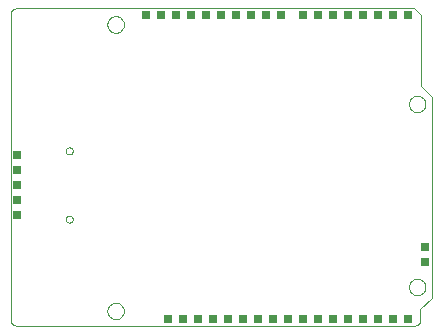
<source format=gbr>
G04 PROTEUS RS274X GERBER FILE*
%FSLAX45Y45*%
%MOMM*%
G01*
%ADD47R,0.635000X0.635000*%
%ADD46C,0.025400*%
D47*
X+2286000Y+2628900D03*
X+2159000Y+2628900D03*
X+2032000Y+2628900D03*
X+1905000Y+2628900D03*
X+1778000Y+2628900D03*
X+1651000Y+2628900D03*
X+1524000Y+2628900D03*
X+1397000Y+2628900D03*
X+1270000Y+2628900D03*
X+1143000Y+2628900D03*
X+3365500Y+2628900D03*
X+3238500Y+2628900D03*
X+3111500Y+2628900D03*
X+2984500Y+2628900D03*
X+2857500Y+2628900D03*
X+2730500Y+2628900D03*
X+2603500Y+2628900D03*
X+2476500Y+2628900D03*
X+2603500Y+50800D03*
X+2730500Y+50800D03*
X+2857500Y+50800D03*
X+2984500Y+50800D03*
X+3111500Y+50800D03*
X+3238500Y+50800D03*
X+3365500Y+50800D03*
X+1333500Y+50800D03*
X+1460500Y+50800D03*
X+1587500Y+50800D03*
X+1714500Y+50800D03*
X+1841500Y+50800D03*
X+1968500Y+50800D03*
X+2095500Y+50800D03*
X+2222500Y+50800D03*
X+2349500Y+50800D03*
X+2476500Y+50800D03*
X+3505200Y+539750D03*
X+3505200Y+666750D03*
X+50800Y+1441450D03*
X+50800Y+1314450D03*
X+50800Y+1187450D03*
X+50800Y+1060450D03*
X+50800Y+933450D03*
D46*
X+525000Y+898650D02*
X+524897Y+901139D01*
X+524055Y+906119D01*
X+522295Y+911099D01*
X+519418Y+916079D01*
X+515017Y+920995D01*
X+510037Y+924609D01*
X+505057Y+926914D01*
X+500077Y+928217D01*
X+495097Y+928650D01*
X+495000Y+928650D01*
X+465000Y+898650D02*
X+465103Y+901139D01*
X+465945Y+906119D01*
X+467705Y+911099D01*
X+470582Y+916079D01*
X+474983Y+920995D01*
X+479963Y+924609D01*
X+484943Y+926914D01*
X+489923Y+928217D01*
X+494903Y+928650D01*
X+495000Y+928650D01*
X+465000Y+898650D02*
X+465103Y+896161D01*
X+465945Y+891181D01*
X+467705Y+886201D01*
X+470582Y+881221D01*
X+474983Y+876305D01*
X+479963Y+872691D01*
X+484943Y+870386D01*
X+489923Y+869083D01*
X+494903Y+868650D01*
X+495000Y+868650D01*
X+525000Y+898650D02*
X+524897Y+896161D01*
X+524055Y+891181D01*
X+522295Y+886201D01*
X+519418Y+881221D01*
X+515017Y+876305D01*
X+510037Y+872691D01*
X+505057Y+870386D01*
X+500077Y+869083D01*
X+495097Y+868650D01*
X+495000Y+868650D01*
X+525000Y+1476650D02*
X+524897Y+1479139D01*
X+524055Y+1484119D01*
X+522295Y+1489099D01*
X+519418Y+1494079D01*
X+515017Y+1498995D01*
X+510037Y+1502609D01*
X+505057Y+1504914D01*
X+500077Y+1506217D01*
X+495097Y+1506650D01*
X+495000Y+1506650D01*
X+465000Y+1476650D02*
X+465103Y+1479139D01*
X+465945Y+1484119D01*
X+467705Y+1489099D01*
X+470582Y+1494079D01*
X+474983Y+1498995D01*
X+479963Y+1502609D01*
X+484943Y+1504914D01*
X+489923Y+1506217D01*
X+494903Y+1506650D01*
X+495000Y+1506650D01*
X+465000Y+1476650D02*
X+465103Y+1474161D01*
X+465945Y+1469181D01*
X+467705Y+1464201D01*
X+470582Y+1459221D01*
X+474983Y+1454305D01*
X+479963Y+1450691D01*
X+484943Y+1448386D01*
X+489923Y+1447083D01*
X+494903Y+1446650D01*
X+495000Y+1446650D01*
X+525000Y+1476650D02*
X+524897Y+1474161D01*
X+524055Y+1469181D01*
X+522295Y+1464201D01*
X+519418Y+1459221D01*
X+515017Y+1454305D01*
X+510037Y+1450691D01*
X+505057Y+1448386D01*
X+500077Y+1447083D01*
X+495097Y+1446650D01*
X+495000Y+1446650D01*
X+959000Y+2546350D02*
X+958761Y+2552129D01*
X+956819Y+2563689D01*
X+952756Y+2575249D01*
X+946123Y+2586809D01*
X+935976Y+2598247D01*
X+924416Y+2606730D01*
X+912856Y+2612160D01*
X+901296Y+2615262D01*
X+889736Y+2616346D01*
X+889000Y+2616350D01*
X+819000Y+2546350D02*
X+819239Y+2552129D01*
X+821181Y+2563689D01*
X+825244Y+2575249D01*
X+831877Y+2586809D01*
X+842024Y+2598247D01*
X+853584Y+2606730D01*
X+865144Y+2612160D01*
X+876704Y+2615262D01*
X+888264Y+2616346D01*
X+889000Y+2616350D01*
X+819000Y+2546350D02*
X+819239Y+2540571D01*
X+821181Y+2529011D01*
X+825244Y+2517451D01*
X+831877Y+2505891D01*
X+842024Y+2494453D01*
X+853584Y+2485970D01*
X+865144Y+2480540D01*
X+876704Y+2477438D01*
X+888264Y+2476354D01*
X+889000Y+2476350D01*
X+959000Y+2546350D02*
X+958761Y+2540571D01*
X+956819Y+2529011D01*
X+952756Y+2517451D01*
X+946123Y+2505891D01*
X+935976Y+2494453D01*
X+924416Y+2485970D01*
X+912856Y+2480540D01*
X+901296Y+2477438D01*
X+889736Y+2476354D01*
X+889000Y+2476350D01*
X+959000Y+120650D02*
X+958761Y+126429D01*
X+956819Y+137989D01*
X+952756Y+149549D01*
X+946123Y+161109D01*
X+935976Y+172547D01*
X+924416Y+181030D01*
X+912856Y+186460D01*
X+901296Y+189562D01*
X+889736Y+190646D01*
X+889000Y+190650D01*
X+819000Y+120650D02*
X+819239Y+126429D01*
X+821181Y+137989D01*
X+825244Y+149549D01*
X+831877Y+161109D01*
X+842024Y+172547D01*
X+853584Y+181030D01*
X+865144Y+186460D01*
X+876704Y+189562D01*
X+888264Y+190646D01*
X+889000Y+190650D01*
X+819000Y+120650D02*
X+819239Y+114871D01*
X+821181Y+103311D01*
X+825244Y+91751D01*
X+831877Y+80191D01*
X+842024Y+68753D01*
X+853584Y+60270D01*
X+865144Y+54840D01*
X+876704Y+51738D01*
X+888264Y+50654D01*
X+889000Y+50650D01*
X+959000Y+120650D02*
X+958761Y+114871D01*
X+956819Y+103311D01*
X+952756Y+91751D01*
X+946123Y+80191D01*
X+935976Y+68753D01*
X+924416Y+60270D01*
X+912856Y+54840D01*
X+901296Y+51738D01*
X+889736Y+50654D01*
X+889000Y+50650D01*
X+3416300Y+2684780D02*
X+3472180Y+2628900D01*
X+3472180Y+2021840D01*
X+3469640Y+137160D02*
X+3469640Y+45720D01*
X+3465721Y+25727D01*
X+3454956Y+9604D01*
X+3438833Y-1161D01*
X+3418840Y-5080D01*
X+50800Y-5080D02*
X+30807Y-1161D01*
X+14684Y+9604D01*
X+3919Y+25727D01*
X+0Y+45720D01*
X+0Y+2633980D02*
X+3919Y+2653973D01*
X+14684Y+2670096D01*
X+30807Y+2680861D01*
X+50800Y+2684780D01*
X+0Y+2633980D02*
X+0Y+45720D01*
X+50800Y-5080D02*
X+3418840Y-5080D01*
X+50800Y+2684780D02*
X+3416300Y+2684780D01*
X+3469640Y+137160D02*
X+3563620Y+231140D01*
X+3472180Y+2021840D02*
X+3563620Y+1930400D01*
X+3563620Y+231140D01*
X+3511700Y+323850D02*
X+3511461Y+329629D01*
X+3509519Y+341189D01*
X+3505456Y+352749D01*
X+3498823Y+364309D01*
X+3488676Y+375747D01*
X+3477116Y+384230D01*
X+3465556Y+389660D01*
X+3453996Y+392762D01*
X+3442436Y+393846D01*
X+3441700Y+393850D01*
X+3371700Y+323850D02*
X+3371939Y+329629D01*
X+3373881Y+341189D01*
X+3377944Y+352749D01*
X+3384577Y+364309D01*
X+3394724Y+375747D01*
X+3406284Y+384230D01*
X+3417844Y+389660D01*
X+3429404Y+392762D01*
X+3440964Y+393846D01*
X+3441700Y+393850D01*
X+3371700Y+323850D02*
X+3371939Y+318071D01*
X+3373881Y+306511D01*
X+3377944Y+294951D01*
X+3384577Y+283391D01*
X+3394724Y+271953D01*
X+3406284Y+263470D01*
X+3417844Y+258040D01*
X+3429404Y+254938D01*
X+3440964Y+253854D01*
X+3441700Y+253850D01*
X+3511700Y+323850D02*
X+3511461Y+318071D01*
X+3509519Y+306511D01*
X+3505456Y+294951D01*
X+3498823Y+283391D01*
X+3488676Y+271953D01*
X+3477116Y+263470D01*
X+3465556Y+258040D01*
X+3453996Y+254938D01*
X+3442436Y+253854D01*
X+3441700Y+253850D01*
X+3511700Y+1873250D02*
X+3511461Y+1879029D01*
X+3509519Y+1890589D01*
X+3505456Y+1902149D01*
X+3498823Y+1913709D01*
X+3488676Y+1925147D01*
X+3477116Y+1933630D01*
X+3465556Y+1939060D01*
X+3453996Y+1942162D01*
X+3442436Y+1943246D01*
X+3441700Y+1943250D01*
X+3371700Y+1873250D02*
X+3371939Y+1879029D01*
X+3373881Y+1890589D01*
X+3377944Y+1902149D01*
X+3384577Y+1913709D01*
X+3394724Y+1925147D01*
X+3406284Y+1933630D01*
X+3417844Y+1939060D01*
X+3429404Y+1942162D01*
X+3440964Y+1943246D01*
X+3441700Y+1943250D01*
X+3371700Y+1873250D02*
X+3371939Y+1867471D01*
X+3373881Y+1855911D01*
X+3377944Y+1844351D01*
X+3384577Y+1832791D01*
X+3394724Y+1821353D01*
X+3406284Y+1812870D01*
X+3417844Y+1807440D01*
X+3429404Y+1804338D01*
X+3440964Y+1803254D01*
X+3441700Y+1803250D01*
X+3511700Y+1873250D02*
X+3511461Y+1867471D01*
X+3509519Y+1855911D01*
X+3505456Y+1844351D01*
X+3498823Y+1832791D01*
X+3488676Y+1821353D01*
X+3477116Y+1812870D01*
X+3465556Y+1807440D01*
X+3453996Y+1804338D01*
X+3442436Y+1803254D01*
X+3441700Y+1803250D01*
M02*

</source>
